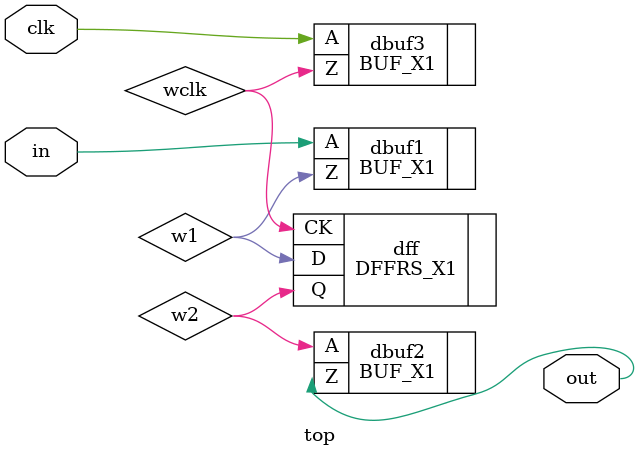
<source format=v>
/* Generated by Yosys 0.5+292 (git sha1 6f9a6fd, gcc 4.6.3-1ubuntu5 -fPIC -Os) */

`include <master.v>

module top(in , clk, out);
input  in, clk;
output out;

BUF_X1 dbuf1 (.A(in), .Z(w1));
DFFRS_X1 dff (.D(w1), .CK(wclk), .Q(w2));
BUF_X1 dbuf2 (.A(w2), .Z(out));

BUF_X1 dbuf3 (.A(clk), .Z(wclk));

endmodule

</source>
